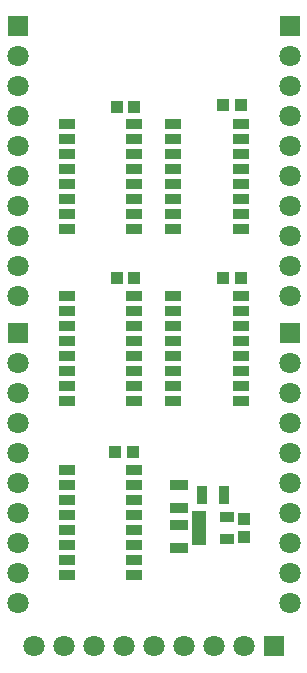
<source format=gts>
G04*
G04 #@! TF.GenerationSoftware,Altium Limited,Altium Designer,21.4.1 (30)*
G04*
G04 Layer_Color=8388736*
%FSLAX25Y25*%
%MOIN*%
G70*
G04*
G04 #@! TF.SameCoordinates,DAFBEC02-1197-4843-953F-D25F05510CB2*
G04*
G04*
G04 #@! TF.FilePolarity,Negative*
G04*
G01*
G75*
%ADD14R,0.04737X0.03556*%
%ADD15R,0.05039X0.03858*%
%ADD16R,0.03950X0.03950*%
%ADD17R,0.03950X0.03950*%
%ADD18R,0.05800X0.03792*%
%ADD19R,0.03556X0.05918*%
%ADD20R,0.05918X0.03556*%
%ADD21C,0.07099*%
%ADD22R,0.07099X0.07099*%
%ADD23R,0.07099X0.07099*%
D14*
X24409Y-60827D02*
D03*
Y-53347D02*
D03*
D15*
X14961Y-60827D02*
D03*
Y-57087D02*
D03*
Y-53347D02*
D03*
D16*
X23031Y83858D02*
D03*
X28937D02*
D03*
Y26378D02*
D03*
X23031D02*
D03*
X-12894Y-31594D02*
D03*
X-6988D02*
D03*
X-12402Y83465D02*
D03*
X-6496D02*
D03*
Y26378D02*
D03*
X-12402D02*
D03*
D17*
X29921Y-54134D02*
D03*
Y-60039D02*
D03*
D18*
X6457Y77539D02*
D03*
Y72539D02*
D03*
Y67539D02*
D03*
Y62539D02*
D03*
Y57539D02*
D03*
Y52539D02*
D03*
Y47539D02*
D03*
Y42539D02*
D03*
X28976Y77539D02*
D03*
Y72539D02*
D03*
Y67539D02*
D03*
Y62539D02*
D03*
Y57539D02*
D03*
Y52539D02*
D03*
Y47539D02*
D03*
Y42539D02*
D03*
X-6457D02*
D03*
Y47539D02*
D03*
Y52539D02*
D03*
Y57539D02*
D03*
Y62539D02*
D03*
Y67539D02*
D03*
Y72539D02*
D03*
Y77539D02*
D03*
X-28976Y42539D02*
D03*
Y47539D02*
D03*
Y52539D02*
D03*
Y57539D02*
D03*
Y62539D02*
D03*
Y67539D02*
D03*
Y72539D02*
D03*
Y77539D02*
D03*
X28976Y-14547D02*
D03*
Y-9547D02*
D03*
Y-4547D02*
D03*
Y453D02*
D03*
Y5453D02*
D03*
Y10453D02*
D03*
Y15453D02*
D03*
Y20453D02*
D03*
X6457Y-14547D02*
D03*
Y-9547D02*
D03*
Y-4547D02*
D03*
Y453D02*
D03*
Y5453D02*
D03*
Y10453D02*
D03*
Y15453D02*
D03*
Y20453D02*
D03*
X-28976D02*
D03*
Y15453D02*
D03*
Y10453D02*
D03*
Y5453D02*
D03*
Y453D02*
D03*
Y-4547D02*
D03*
Y-9547D02*
D03*
Y-14547D02*
D03*
X-6457Y20453D02*
D03*
Y15453D02*
D03*
Y10453D02*
D03*
Y5453D02*
D03*
Y453D02*
D03*
Y-4547D02*
D03*
Y-9547D02*
D03*
Y-14547D02*
D03*
X-28976Y-37618D02*
D03*
Y-42618D02*
D03*
Y-47618D02*
D03*
Y-52618D02*
D03*
Y-57618D02*
D03*
Y-62618D02*
D03*
Y-67618D02*
D03*
Y-72618D02*
D03*
X-6457Y-37618D02*
D03*
Y-42618D02*
D03*
Y-47618D02*
D03*
Y-52618D02*
D03*
Y-57618D02*
D03*
Y-62618D02*
D03*
Y-67618D02*
D03*
Y-72618D02*
D03*
D19*
X15945Y-46063D02*
D03*
X23425D02*
D03*
D20*
X8268Y-42717D02*
D03*
Y-50197D02*
D03*
Y-63583D02*
D03*
Y-56102D02*
D03*
D21*
X-45276Y20236D02*
D03*
Y40236D02*
D03*
Y50236D02*
D03*
Y60236D02*
D03*
Y70236D02*
D03*
Y80236D02*
D03*
Y90236D02*
D03*
Y100236D02*
D03*
Y30236D02*
D03*
X45276Y20236D02*
D03*
Y40236D02*
D03*
Y50236D02*
D03*
Y60236D02*
D03*
Y70236D02*
D03*
Y80236D02*
D03*
Y90236D02*
D03*
Y100236D02*
D03*
Y30236D02*
D03*
X-45276Y-82126D02*
D03*
Y-62126D02*
D03*
Y-52126D02*
D03*
Y-42126D02*
D03*
Y-32126D02*
D03*
Y-22126D02*
D03*
Y-12126D02*
D03*
Y-2126D02*
D03*
Y-72126D02*
D03*
X45276Y-82126D02*
D03*
Y-62126D02*
D03*
Y-52126D02*
D03*
Y-42126D02*
D03*
Y-32126D02*
D03*
Y-22126D02*
D03*
Y-12126D02*
D03*
Y-2126D02*
D03*
Y-72126D02*
D03*
X-30000Y-96457D02*
D03*
X-20000D02*
D03*
X-10000D02*
D03*
X0D02*
D03*
X10000D02*
D03*
X20000D02*
D03*
X30000D02*
D03*
X-40000D02*
D03*
D22*
X-45276Y110236D02*
D03*
X45276D02*
D03*
X-45276Y7874D02*
D03*
X45276D02*
D03*
D23*
X40000Y-96457D02*
D03*
M02*

</source>
